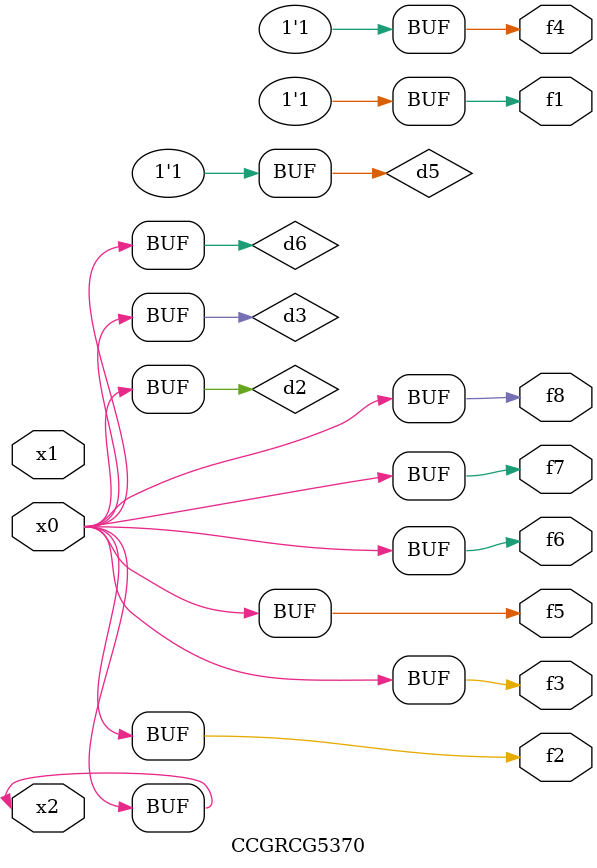
<source format=v>
module CCGRCG5370(
	input x0, x1, x2,
	output f1, f2, f3, f4, f5, f6, f7, f8
);

	wire d1, d2, d3, d4, d5, d6;

	xnor (d1, x2);
	buf (d2, x0, x2);
	and (d3, x0);
	xnor (d4, x1, x2);
	nand (d5, d1, d3);
	buf (d6, d2, d3);
	assign f1 = d5;
	assign f2 = d6;
	assign f3 = d6;
	assign f4 = d5;
	assign f5 = d6;
	assign f6 = d6;
	assign f7 = d6;
	assign f8 = d6;
endmodule

</source>
